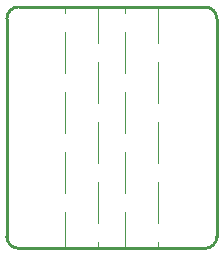
<source format=gbo>
G04 #@! TF.GenerationSoftware,KiCad,Pcbnew,9.0.6*
G04 #@! TF.CreationDate,2026-01-08T00:16:10-06:00*
G04 #@! TF.ProjectId,SMDIP-16_7.62x19.84_P2.54,534d4449-502d-4313-965f-372e36327831,rev?*
G04 #@! TF.SameCoordinates,Original*
G04 #@! TF.FileFunction,Legend,Bot*
G04 #@! TF.FilePolarity,Positive*
%FSLAX46Y46*%
G04 Gerber Fmt 4.6, Leading zero omitted, Abs format (unit mm)*
G04 Created by KiCad (PCBNEW 9.0.6) date 2026-01-08 00:16:10*
%MOMM*%
%LPD*%
G01*
G04 APERTURE LIST*
%ADD10C,0.250000*%
%ADD11C,0.120000*%
%ADD12R,1.700000X1.700000*%
%ADD13C,1.700000*%
%ADD14R,2.510000X1.000000*%
G04 APERTURE END LIST*
D10*
X125730000Y-88567547D02*
G75*
G02*
X126730000Y-87567600I999900J47D01*
G01*
X126730000Y-87567547D02*
X142510000Y-87567547D01*
X142510000Y-87567547D02*
G75*
G02*
X143510053Y-88567547I0J-1000053D01*
G01*
X142510000Y-108012453D02*
X126730000Y-108012453D01*
X125730000Y-107012453D02*
X125730000Y-88567547D01*
X143510000Y-107012453D02*
G75*
G02*
X142510000Y-108012500I-1000000J-47D01*
G01*
X143510000Y-88567547D02*
X143510000Y-107012453D01*
X126730000Y-108012453D02*
G75*
G02*
X125729947Y-107012453I0J1000053D01*
G01*
D11*
X130695226Y-87520000D02*
X130695226Y-88090000D01*
X130695226Y-89710000D02*
X130695226Y-93170000D01*
X130695226Y-94790000D02*
X130695226Y-98250000D01*
X130695226Y-99870000D02*
X130695226Y-103330000D01*
X130695226Y-104950000D02*
X130695226Y-108060000D01*
X133455226Y-87520000D02*
X130695226Y-87520000D01*
X133455226Y-87520000D02*
X133455226Y-90630000D01*
X133455226Y-88090000D02*
X133455226Y-90630000D01*
X133455226Y-92250000D02*
X133455226Y-95710000D01*
X133455226Y-97330000D02*
X133455226Y-100790000D01*
X133455226Y-102410000D02*
X133455226Y-105870000D01*
X133455226Y-107490000D02*
X133455226Y-108060000D01*
X133455226Y-108060000D02*
X130695226Y-108060000D01*
X135775226Y-87520000D02*
X135775226Y-88090000D01*
X135775226Y-89710000D02*
X135775226Y-93170000D01*
X135775226Y-94790000D02*
X135775226Y-98250000D01*
X135775226Y-99870000D02*
X135775226Y-103330000D01*
X135775226Y-104950000D02*
X135775226Y-108060000D01*
X138535226Y-87520000D02*
X135775226Y-87520000D01*
X138535226Y-87520000D02*
X138535226Y-90630000D01*
X138535226Y-88090000D02*
X138535226Y-90630000D01*
X138535226Y-92250000D02*
X138535226Y-95710000D01*
X138535226Y-97330000D02*
X138535226Y-100790000D01*
X138535226Y-102410000D02*
X138535226Y-105870000D01*
X138535226Y-107490000D02*
X138535226Y-108060000D01*
X138535226Y-108060000D02*
X135775226Y-108060000D01*
%LPC*%
D12*
X126995226Y-88900000D03*
D13*
X126995226Y-91440000D03*
X126995226Y-93980000D03*
X126995226Y-96520000D03*
X126995226Y-99060000D03*
X126995226Y-101600000D03*
X126995226Y-104140000D03*
X126995226Y-106680000D03*
X142235226Y-88900000D03*
X142235226Y-91440000D03*
X142235226Y-93979999D03*
X142235226Y-96520000D03*
X142235226Y-99060000D03*
X142235226Y-101600000D03*
X142235226Y-104140000D03*
X142235226Y-106680001D03*
D14*
X130420226Y-88900000D03*
X133730226Y-91440000D03*
X130420226Y-93980000D03*
X133730226Y-96520000D03*
X130420226Y-99060000D03*
X133730226Y-101600000D03*
X130420226Y-104140000D03*
X133730226Y-106680000D03*
X135500226Y-88900000D03*
X138810226Y-91440000D03*
X135500226Y-93980000D03*
X138810226Y-96520000D03*
X135500226Y-99060000D03*
X138810226Y-101600000D03*
X135500226Y-104140000D03*
X138810226Y-106680000D03*
%LPD*%
M02*

</source>
